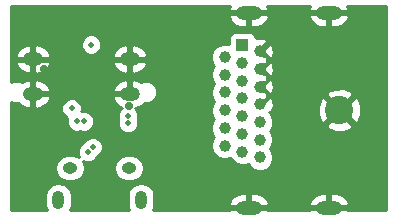
<source format=gbr>
G04 #@! TF.GenerationSoftware,KiCad,Pcbnew,(5.0.0-rc3)*
G04 #@! TF.CreationDate,2018-08-22T20:47:19+02:00*
G04 #@! TF.ProjectId,Adapter,416461707465722E6B696361645F7063,rev?*
G04 #@! TF.SameCoordinates,Original*
G04 #@! TF.FileFunction,Copper,L3,Inr,Plane*
G04 #@! TF.FilePolarity,Positive*
%FSLAX46Y46*%
G04 Gerber Fmt 4.6, Leading zero omitted, Abs format (unit mm)*
G04 Created by KiCad (PCBNEW (5.0.0-rc3)) date Wed Aug 22 20:47:19 2018*
%MOMM*%
%LPD*%
G01*
G04 APERTURE LIST*
G04 #@! TA.AperFunction,ViaPad*
%ADD10C,2.400000*%
G04 #@! TD*
G04 #@! TA.AperFunction,ViaPad*
%ADD11C,1.000000*%
G04 #@! TD*
G04 #@! TA.AperFunction,ViaPad*
%ADD12R,1.000000X1.000000*%
G04 #@! TD*
G04 #@! TA.AperFunction,ViaPad*
%ADD13O,2.200000X1.200000*%
G04 #@! TD*
G04 #@! TA.AperFunction,ViaPad*
%ADD14O,1.700000X1.200000*%
G04 #@! TD*
G04 #@! TA.AperFunction,ViaPad*
%ADD15O,1.250000X0.950000*%
G04 #@! TD*
G04 #@! TA.AperFunction,ViaPad*
%ADD16O,1.000000X1.550000*%
G04 #@! TD*
G04 #@! TA.AperFunction,ViaPad*
%ADD17C,0.460000*%
G04 #@! TD*
G04 #@! TA.AperFunction,ViaPad*
%ADD18C,0.700000*%
G04 #@! TD*
G04 #@! TA.AperFunction,Conductor*
%ADD19C,0.254000*%
G04 #@! TD*
G04 APERTURE END LIST*
D10*
G04 #@! TO.N,GND*
G04 #@! TO.C,J2*
X44315575Y-23957256D03*
D11*
X37585575Y-18957256D03*
X37585575Y-20457256D03*
X37585575Y-21957256D03*
X37585575Y-23457256D03*
G04 #@! TO.N,/CONFIG2*
X37585575Y-24957256D03*
G04 #@! TO.N,/AUX-*
X37585575Y-26457256D03*
G04 #@! TO.N,/DP_PWR*
X37585575Y-27957256D03*
D12*
G04 #@! TO.N,/DP3-*
X36085575Y-18457256D03*
D11*
G04 #@! TO.N,/DP2-*
X36085575Y-19957256D03*
G04 #@! TO.N,/DP1-*
X36085575Y-21457256D03*
G04 #@! TO.N,/DP0-*
X36085575Y-22957256D03*
G04 #@! TO.N,/CONFIG1*
X36085575Y-24457256D03*
G04 #@! TO.N,GND*
X36085575Y-25957256D03*
G04 #@! TO.N,/RETPOW*
X36085575Y-27457256D03*
G04 #@! TO.N,/DP3+*
X34585575Y-19457256D03*
G04 #@! TO.N,/DP2+*
X34585575Y-20957256D03*
G04 #@! TO.N,/DP1+*
X34585575Y-22457256D03*
G04 #@! TO.N,/DP0+*
X34585575Y-23957256D03*
G04 #@! TO.N,/AUX+*
X34585575Y-25457256D03*
G04 #@! TO.N,/HPD*
X34585575Y-26957256D03*
D13*
G04 #@! TO.N,GND*
X43415575Y-15707256D03*
X43415575Y-32207256D03*
X36635575Y-15707256D03*
X36635575Y-32207256D03*
G04 #@! TD*
D14*
G04 #@! TO.N,GND*
G04 #@! TO.C,J3*
X26565575Y-19637256D03*
X18365575Y-19637256D03*
X18365575Y-22577256D03*
X26565575Y-22577256D03*
G04 #@! TD*
D15*
G04 #@! TO.N,N/C*
G04 #@! TO.C,J1*
X26515575Y-28857256D03*
X21515575Y-28857256D03*
D16*
X20515575Y-31557256D03*
X27515575Y-31557256D03*
G04 #@! TD*
D17*
G04 #@! TO.N,/D+*
X23417536Y-27092464D03*
X22673500Y-24910000D03*
G04 #@! TO.N,GND*
X41370000Y-18840000D03*
X41370000Y-20720000D03*
X41320000Y-22630000D03*
X41370000Y-25020000D03*
X41370000Y-27120000D03*
X41400000Y-29650000D03*
X34310000Y-29070000D03*
X34340000Y-30830000D03*
D18*
X19415575Y-29757256D03*
D17*
X25650000Y-18370000D03*
D18*
X43400000Y-17570000D03*
X25580000Y-27510000D03*
X25520000Y-30210000D03*
X19330000Y-23900000D03*
X19330000Y-20430000D03*
X26500000Y-23590000D03*
D17*
X34970000Y-28190000D03*
D18*
X29140002Y-29660000D03*
D17*
X30350000Y-23040000D03*
X30500000Y-19260002D03*
G04 #@! TO.N,/D-*
X23002464Y-27507536D03*
X22086500Y-24910000D03*
G04 #@! TO.N,/DP2+*
X26420000Y-24456500D03*
G04 #@! TO.N,/DP2-*
X26420000Y-25043500D03*
G04 #@! TO.N,/pAUX+*
X21630000Y-23810000D03*
G04 #@! TO.N,/pAUX-*
X23300000Y-18400000D03*
G04 #@! TD*
D19*
G04 #@! TO.N,GND*
G36*
X34945983Y-15351975D02*
X34942113Y-15389647D01*
X35066844Y-15580256D01*
X36508575Y-15580256D01*
X36508575Y-15560256D01*
X36762575Y-15560256D01*
X36762575Y-15580256D01*
X38204306Y-15580256D01*
X38329037Y-15389647D01*
X38325167Y-15351975D01*
X38214227Y-15142256D01*
X41836923Y-15142256D01*
X41725983Y-15351975D01*
X41722113Y-15389647D01*
X41846844Y-15580256D01*
X43288575Y-15580256D01*
X43288575Y-15560256D01*
X43542575Y-15560256D01*
X43542575Y-15580256D01*
X44984306Y-15580256D01*
X45109037Y-15389647D01*
X45105167Y-15351975D01*
X44994227Y-15142256D01*
X48230576Y-15142256D01*
X48230575Y-32372256D01*
X45009172Y-32372256D01*
X44984306Y-32334256D01*
X43542575Y-32334256D01*
X43542575Y-32354256D01*
X43288575Y-32354256D01*
X43288575Y-32334256D01*
X41846844Y-32334256D01*
X41821978Y-32372256D01*
X38229172Y-32372256D01*
X38204306Y-32334256D01*
X36762575Y-32334256D01*
X36762575Y-32354256D01*
X36508575Y-32354256D01*
X36508575Y-32334256D01*
X35066844Y-32334256D01*
X35041978Y-32372256D01*
X28519810Y-32372256D01*
X28584721Y-32275110D01*
X28650575Y-31944038D01*
X28650575Y-31889647D01*
X34942113Y-31889647D01*
X35066844Y-32080256D01*
X36508575Y-32080256D01*
X36508575Y-30972256D01*
X36762575Y-30972256D01*
X36762575Y-32080256D01*
X38204306Y-32080256D01*
X38329037Y-31889647D01*
X41722113Y-31889647D01*
X41846844Y-32080256D01*
X43288575Y-32080256D01*
X43288575Y-30972256D01*
X43542575Y-30972256D01*
X43542575Y-32080256D01*
X44984306Y-32080256D01*
X45109037Y-31889647D01*
X45105167Y-31851975D01*
X44878655Y-31423782D01*
X44505522Y-31114866D01*
X44042575Y-30972256D01*
X43542575Y-30972256D01*
X43288575Y-30972256D01*
X42788575Y-30972256D01*
X42325628Y-31114866D01*
X41952495Y-31423782D01*
X41725983Y-31851975D01*
X41722113Y-31889647D01*
X38329037Y-31889647D01*
X38325167Y-31851975D01*
X38098655Y-31423782D01*
X37725522Y-31114866D01*
X37262575Y-30972256D01*
X36762575Y-30972256D01*
X36508575Y-30972256D01*
X36008575Y-30972256D01*
X35545628Y-31114866D01*
X35172495Y-31423782D01*
X34945983Y-31851975D01*
X34942113Y-31889647D01*
X28650575Y-31889647D01*
X28650575Y-31170473D01*
X28584721Y-30839401D01*
X28333864Y-30463967D01*
X27958429Y-30213110D01*
X27515575Y-30125021D01*
X27072720Y-30213110D01*
X26697286Y-30463967D01*
X26446429Y-30839402D01*
X26380575Y-31170474D01*
X26380575Y-31944039D01*
X26446429Y-32275111D01*
X26511339Y-32372256D01*
X21519810Y-32372256D01*
X21584721Y-32275110D01*
X21650575Y-31944038D01*
X21650575Y-31170473D01*
X21584721Y-30839401D01*
X21333864Y-30463967D01*
X20958429Y-30213110D01*
X20515575Y-30125021D01*
X20072720Y-30213110D01*
X19697286Y-30463967D01*
X19446429Y-30839402D01*
X19380575Y-31170474D01*
X19380575Y-31944039D01*
X19446429Y-32275111D01*
X19511339Y-32372256D01*
X16500575Y-32372256D01*
X16500575Y-28857256D01*
X20233829Y-28857256D01*
X20319978Y-29290356D01*
X20565310Y-29657521D01*
X20932475Y-29902853D01*
X21256251Y-29967256D01*
X21774899Y-29967256D01*
X22098675Y-29902853D01*
X22465840Y-29657521D01*
X22711172Y-29290356D01*
X22797321Y-28857256D01*
X25233829Y-28857256D01*
X25319978Y-29290356D01*
X25565310Y-29657521D01*
X25932475Y-29902853D01*
X26256251Y-29967256D01*
X26774899Y-29967256D01*
X27098675Y-29902853D01*
X27465840Y-29657521D01*
X27711172Y-29290356D01*
X27797321Y-28857256D01*
X27711172Y-28424156D01*
X27465840Y-28056991D01*
X27098675Y-27811659D01*
X26774899Y-27747256D01*
X26256251Y-27747256D01*
X25932475Y-27811659D01*
X25565310Y-28056991D01*
X25319978Y-28424156D01*
X25233829Y-28857256D01*
X22797321Y-28857256D01*
X22711172Y-28424156D01*
X22617852Y-28284493D01*
X22830405Y-28372536D01*
X23174523Y-28372536D01*
X23492447Y-28240847D01*
X23735775Y-27997519D01*
X23786078Y-27876078D01*
X23907519Y-27825775D01*
X24150847Y-27582447D01*
X24282536Y-27264523D01*
X24282536Y-26920405D01*
X24150847Y-26602481D01*
X23907519Y-26359153D01*
X23589595Y-26227464D01*
X23245477Y-26227464D01*
X22927553Y-26359153D01*
X22684225Y-26602481D01*
X22633922Y-26723922D01*
X22512481Y-26774225D01*
X22269153Y-27017553D01*
X22137464Y-27335477D01*
X22137464Y-27679595D01*
X22227945Y-27898035D01*
X22098675Y-27811659D01*
X21774899Y-27747256D01*
X21256251Y-27747256D01*
X20932475Y-27811659D01*
X20565310Y-28056991D01*
X20319978Y-28424156D01*
X20233829Y-28857256D01*
X16500575Y-28857256D01*
X16500575Y-23226684D01*
X16779592Y-23342256D01*
X17146007Y-23342256D01*
X17183642Y-23406381D01*
X17571874Y-23699903D01*
X18042879Y-23822512D01*
X18238575Y-23659803D01*
X18238575Y-22704256D01*
X18492575Y-22704256D01*
X18492575Y-23659803D01*
X18688271Y-23822512D01*
X19159276Y-23699903D01*
X19241231Y-23637941D01*
X20765000Y-23637941D01*
X20765000Y-23982059D01*
X20896689Y-24299983D01*
X21140017Y-24543311D01*
X21278379Y-24600623D01*
X21221500Y-24737941D01*
X21221500Y-25082059D01*
X21353189Y-25399983D01*
X21596517Y-25643311D01*
X21914441Y-25775000D01*
X22258559Y-25775000D01*
X22380000Y-25724697D01*
X22501441Y-25775000D01*
X22845559Y-25775000D01*
X23163483Y-25643311D01*
X23406811Y-25399983D01*
X23538500Y-25082059D01*
X23538500Y-24737941D01*
X23406811Y-24420017D01*
X23163483Y-24176689D01*
X22845559Y-24045000D01*
X22501441Y-24045000D01*
X22462195Y-24061256D01*
X22495000Y-23982059D01*
X22495000Y-23637941D01*
X22363311Y-23320017D01*
X22119983Y-23076689D01*
X21802059Y-22945000D01*
X21457941Y-22945000D01*
X21140017Y-23076689D01*
X20896689Y-23320017D01*
X20765000Y-23637941D01*
X19241231Y-23637941D01*
X19547508Y-23406381D01*
X19793861Y-22986632D01*
X19809037Y-22894865D01*
X25122113Y-22894865D01*
X25137289Y-22986632D01*
X25383642Y-23406381D01*
X25771874Y-23699903D01*
X25915829Y-23737377D01*
X25686689Y-23966517D01*
X25555000Y-24284441D01*
X25555000Y-24628559D01*
X25605303Y-24750000D01*
X25555000Y-24871441D01*
X25555000Y-25215559D01*
X25686689Y-25533483D01*
X25930017Y-25776811D01*
X26247941Y-25908500D01*
X26592059Y-25908500D01*
X26909983Y-25776811D01*
X27153311Y-25533483D01*
X27285000Y-25215559D01*
X27285000Y-24871441D01*
X27234697Y-24750000D01*
X27285000Y-24628559D01*
X27285000Y-24284441D01*
X27153311Y-23966517D01*
X26984307Y-23797513D01*
X27359276Y-23699903D01*
X27747508Y-23406381D01*
X27785143Y-23342256D01*
X28151558Y-23342256D01*
X28495210Y-23199911D01*
X28758230Y-22936891D01*
X28900575Y-22593239D01*
X28900575Y-22221273D01*
X28758230Y-21877621D01*
X28495210Y-21614601D01*
X28151558Y-21472256D01*
X27779592Y-21472256D01*
X27523126Y-21578487D01*
X27359276Y-21454609D01*
X26888271Y-21332000D01*
X26692575Y-21494709D01*
X26692575Y-22450256D01*
X26712575Y-22450256D01*
X26712575Y-22704256D01*
X26692575Y-22704256D01*
X26692575Y-22724256D01*
X26438575Y-22724256D01*
X26438575Y-22704256D01*
X25246844Y-22704256D01*
X25122113Y-22894865D01*
X19809037Y-22894865D01*
X19684306Y-22704256D01*
X18492575Y-22704256D01*
X18238575Y-22704256D01*
X18218575Y-22704256D01*
X18218575Y-22450256D01*
X18238575Y-22450256D01*
X18238575Y-21494709D01*
X18492575Y-21494709D01*
X18492575Y-22450256D01*
X19684306Y-22450256D01*
X19809037Y-22259647D01*
X25122113Y-22259647D01*
X25246844Y-22450256D01*
X26438575Y-22450256D01*
X26438575Y-21494709D01*
X26242879Y-21332000D01*
X25771874Y-21454609D01*
X25383642Y-21748131D01*
X25137289Y-22167880D01*
X25122113Y-22259647D01*
X19809037Y-22259647D01*
X19793861Y-22167880D01*
X19547508Y-21748131D01*
X19159276Y-21454609D01*
X18688271Y-21332000D01*
X18492575Y-21494709D01*
X18238575Y-21494709D01*
X18042879Y-21332000D01*
X17571874Y-21454609D01*
X17408024Y-21578487D01*
X17151558Y-21472256D01*
X16779592Y-21472256D01*
X16500575Y-21587828D01*
X16500575Y-19954865D01*
X16922113Y-19954865D01*
X16937289Y-20046632D01*
X17183642Y-20466381D01*
X17571874Y-20759903D01*
X18042879Y-20882512D01*
X18238575Y-20719803D01*
X18238575Y-19764256D01*
X18492575Y-19764256D01*
X18492575Y-20719803D01*
X18688271Y-20882512D01*
X19159276Y-20759903D01*
X19547508Y-20466381D01*
X19793861Y-20046632D01*
X19809037Y-19954865D01*
X25122113Y-19954865D01*
X25137289Y-20046632D01*
X25383642Y-20466381D01*
X25771874Y-20759903D01*
X26242879Y-20882512D01*
X26438575Y-20719803D01*
X26438575Y-19764256D01*
X26692575Y-19764256D01*
X26692575Y-20719803D01*
X26888271Y-20882512D01*
X27359276Y-20759903D01*
X27747508Y-20466381D01*
X27993861Y-20046632D01*
X28009037Y-19954865D01*
X27884306Y-19764256D01*
X26692575Y-19764256D01*
X26438575Y-19764256D01*
X25246844Y-19764256D01*
X25122113Y-19954865D01*
X19809037Y-19954865D01*
X19684306Y-19764256D01*
X18492575Y-19764256D01*
X18238575Y-19764256D01*
X17046844Y-19764256D01*
X16922113Y-19954865D01*
X16500575Y-19954865D01*
X16500575Y-19319647D01*
X16922113Y-19319647D01*
X17046844Y-19510256D01*
X18238575Y-19510256D01*
X18238575Y-18554709D01*
X18492575Y-18554709D01*
X18492575Y-19510256D01*
X19684306Y-19510256D01*
X19809037Y-19319647D01*
X25122113Y-19319647D01*
X25246844Y-19510256D01*
X26438575Y-19510256D01*
X26438575Y-18554709D01*
X26692575Y-18554709D01*
X26692575Y-19510256D01*
X27884306Y-19510256D01*
X28009037Y-19319647D01*
X27994459Y-19231490D01*
X33450575Y-19231490D01*
X33450575Y-19683022D01*
X33623368Y-20100182D01*
X33730442Y-20207256D01*
X33623368Y-20314330D01*
X33450575Y-20731490D01*
X33450575Y-21183022D01*
X33623368Y-21600182D01*
X33730442Y-21707256D01*
X33623368Y-21814330D01*
X33450575Y-22231490D01*
X33450575Y-22683022D01*
X33623368Y-23100182D01*
X33730442Y-23207256D01*
X33623368Y-23314330D01*
X33450575Y-23731490D01*
X33450575Y-24183022D01*
X33623368Y-24600182D01*
X33730442Y-24707256D01*
X33623368Y-24814330D01*
X33450575Y-25231490D01*
X33450575Y-25683022D01*
X33623368Y-26100182D01*
X33730442Y-26207256D01*
X33623368Y-26314330D01*
X33450575Y-26731490D01*
X33450575Y-27183022D01*
X33623368Y-27600182D01*
X33942649Y-27919463D01*
X34359809Y-28092256D01*
X34811341Y-28092256D01*
X35074871Y-27983099D01*
X35123368Y-28100182D01*
X35442649Y-28419463D01*
X35859809Y-28592256D01*
X36311341Y-28592256D01*
X36574871Y-28483099D01*
X36623368Y-28600182D01*
X36942649Y-28919463D01*
X37359809Y-29092256D01*
X37811341Y-29092256D01*
X38228501Y-28919463D01*
X38547782Y-28600182D01*
X38720575Y-28183022D01*
X38720575Y-27731490D01*
X38547782Y-27314330D01*
X38440708Y-27207256D01*
X38547782Y-27100182D01*
X38720575Y-26683022D01*
X38720575Y-26231490D01*
X38547782Y-25814330D01*
X38440708Y-25707256D01*
X38547782Y-25600182D01*
X38690996Y-25254431D01*
X43198005Y-25254431D01*
X43321140Y-25542044D01*
X44003309Y-25801963D01*
X44733018Y-25781042D01*
X45310010Y-25542044D01*
X45433145Y-25254431D01*
X44315575Y-24136861D01*
X43198005Y-25254431D01*
X38690996Y-25254431D01*
X38720575Y-25183022D01*
X38720575Y-24731490D01*
X38547782Y-24314330D01*
X38454672Y-24221220D01*
X38491909Y-24183982D01*
X38375682Y-24067755D01*
X38590792Y-24030608D01*
X38719439Y-23644990D01*
X42470868Y-23644990D01*
X42491789Y-24374699D01*
X42730787Y-24951691D01*
X43018400Y-25074826D01*
X44135970Y-23957256D01*
X44495180Y-23957256D01*
X45612750Y-25074826D01*
X45900363Y-24951691D01*
X46160282Y-24269522D01*
X46139361Y-23539813D01*
X45900363Y-22962821D01*
X45612750Y-22839686D01*
X44495180Y-23957256D01*
X44135970Y-23957256D01*
X43018400Y-22839686D01*
X42730787Y-22962821D01*
X42470868Y-23644990D01*
X38719439Y-23644990D01*
X38733687Y-23602284D01*
X38701792Y-23151881D01*
X38590792Y-22883904D01*
X38375679Y-22846757D01*
X37765180Y-23457256D01*
X37779323Y-23471399D01*
X37599718Y-23651004D01*
X37585575Y-23636861D01*
X37571433Y-23651004D01*
X37391828Y-23471399D01*
X37405970Y-23457256D01*
X37391828Y-23443114D01*
X37571433Y-23263509D01*
X37585575Y-23277651D01*
X37782041Y-23081185D01*
X37890950Y-23073473D01*
X38158927Y-22962473D01*
X38196074Y-22747360D01*
X38155970Y-22707256D01*
X38196074Y-22667152D01*
X38194853Y-22660081D01*
X43198005Y-22660081D01*
X44315575Y-23777651D01*
X45433145Y-22660081D01*
X45310010Y-22372468D01*
X44627841Y-22112549D01*
X43898132Y-22133470D01*
X43321140Y-22372468D01*
X43198005Y-22660081D01*
X38194853Y-22660081D01*
X38158927Y-22452039D01*
X37771503Y-22322789D01*
X37585575Y-22136861D01*
X37571433Y-22151004D01*
X37391828Y-21971399D01*
X37405970Y-21957256D01*
X37765180Y-21957256D01*
X38375679Y-22567755D01*
X38590792Y-22530608D01*
X38733687Y-22102284D01*
X38701792Y-21651881D01*
X38590792Y-21383904D01*
X38375679Y-21346757D01*
X37765180Y-21957256D01*
X37405970Y-21957256D01*
X37391828Y-21943114D01*
X37571433Y-21763509D01*
X37585575Y-21777651D01*
X37782041Y-21581185D01*
X37890950Y-21573473D01*
X38158927Y-21462473D01*
X38196074Y-21247360D01*
X38155970Y-21207256D01*
X38196074Y-21167152D01*
X38158927Y-20952039D01*
X37771503Y-20822789D01*
X37585575Y-20636861D01*
X37571433Y-20651004D01*
X37391828Y-20471399D01*
X37405970Y-20457256D01*
X37765180Y-20457256D01*
X38375679Y-21067755D01*
X38590792Y-21030608D01*
X38733687Y-20602284D01*
X38701792Y-20151881D01*
X38590792Y-19883904D01*
X38375679Y-19846757D01*
X37765180Y-20457256D01*
X37405970Y-20457256D01*
X37391828Y-20443114D01*
X37571433Y-20263509D01*
X37585575Y-20277651D01*
X37782041Y-20081185D01*
X37890950Y-20073473D01*
X38158927Y-19962473D01*
X38196074Y-19747360D01*
X38155970Y-19707256D01*
X38196074Y-19667152D01*
X38158927Y-19452039D01*
X37771503Y-19322789D01*
X37585575Y-19136861D01*
X37571433Y-19151004D01*
X37391828Y-18971399D01*
X37405970Y-18957256D01*
X37765180Y-18957256D01*
X38375679Y-19567755D01*
X38590792Y-19530608D01*
X38733687Y-19102284D01*
X38701792Y-18651881D01*
X38590792Y-18383904D01*
X38375679Y-18346757D01*
X37765180Y-18957256D01*
X37405970Y-18957256D01*
X37391828Y-18943114D01*
X37571433Y-18763509D01*
X37585575Y-18777651D01*
X38196074Y-18167152D01*
X38158927Y-17952039D01*
X37730603Y-17809144D01*
X37280200Y-17841039D01*
X37215250Y-17867942D01*
X37183732Y-17709491D01*
X37043384Y-17499447D01*
X36833340Y-17359099D01*
X36585575Y-17309816D01*
X35585575Y-17309816D01*
X35337810Y-17359099D01*
X35127766Y-17499447D01*
X34987418Y-17709491D01*
X34938135Y-17957256D01*
X34938135Y-18374776D01*
X34811341Y-18322256D01*
X34359809Y-18322256D01*
X33942649Y-18495049D01*
X33623368Y-18814330D01*
X33450575Y-19231490D01*
X27994459Y-19231490D01*
X27993861Y-19227880D01*
X27747508Y-18808131D01*
X27359276Y-18514609D01*
X26888271Y-18392000D01*
X26692575Y-18554709D01*
X26438575Y-18554709D01*
X26242879Y-18392000D01*
X25771874Y-18514609D01*
X25383642Y-18808131D01*
X25137289Y-19227880D01*
X25122113Y-19319647D01*
X19809037Y-19319647D01*
X19793861Y-19227880D01*
X19547508Y-18808131D01*
X19159276Y-18514609D01*
X18688271Y-18392000D01*
X18492575Y-18554709D01*
X18238575Y-18554709D01*
X18042879Y-18392000D01*
X17571874Y-18514609D01*
X17183642Y-18808131D01*
X16937289Y-19227880D01*
X16922113Y-19319647D01*
X16500575Y-19319647D01*
X16500575Y-18227941D01*
X22435000Y-18227941D01*
X22435000Y-18572059D01*
X22566689Y-18889983D01*
X22810017Y-19133311D01*
X23127941Y-19265000D01*
X23472059Y-19265000D01*
X23789983Y-19133311D01*
X24033311Y-18889983D01*
X24165000Y-18572059D01*
X24165000Y-18227941D01*
X24033311Y-17910017D01*
X23789983Y-17666689D01*
X23472059Y-17535000D01*
X23127941Y-17535000D01*
X22810017Y-17666689D01*
X22566689Y-17910017D01*
X22435000Y-18227941D01*
X16500575Y-18227941D01*
X16500575Y-16024865D01*
X34942113Y-16024865D01*
X34945983Y-16062537D01*
X35172495Y-16490730D01*
X35545628Y-16799646D01*
X36008575Y-16942256D01*
X36508575Y-16942256D01*
X36508575Y-15834256D01*
X36762575Y-15834256D01*
X36762575Y-16942256D01*
X37262575Y-16942256D01*
X37725522Y-16799646D01*
X38098655Y-16490730D01*
X38325167Y-16062537D01*
X38329037Y-16024865D01*
X41722113Y-16024865D01*
X41725983Y-16062537D01*
X41952495Y-16490730D01*
X42325628Y-16799646D01*
X42788575Y-16942256D01*
X43288575Y-16942256D01*
X43288575Y-15834256D01*
X43542575Y-15834256D01*
X43542575Y-16942256D01*
X44042575Y-16942256D01*
X44505522Y-16799646D01*
X44878655Y-16490730D01*
X45105167Y-16062537D01*
X45109037Y-16024865D01*
X44984306Y-15834256D01*
X43542575Y-15834256D01*
X43288575Y-15834256D01*
X41846844Y-15834256D01*
X41722113Y-16024865D01*
X38329037Y-16024865D01*
X38204306Y-15834256D01*
X36762575Y-15834256D01*
X36508575Y-15834256D01*
X35066844Y-15834256D01*
X34942113Y-16024865D01*
X16500575Y-16024865D01*
X16500575Y-15142256D01*
X35056923Y-15142256D01*
X34945983Y-15351975D01*
X34945983Y-15351975D01*
G37*
X34945983Y-15351975D02*
X34942113Y-15389647D01*
X35066844Y-15580256D01*
X36508575Y-15580256D01*
X36508575Y-15560256D01*
X36762575Y-15560256D01*
X36762575Y-15580256D01*
X38204306Y-15580256D01*
X38329037Y-15389647D01*
X38325167Y-15351975D01*
X38214227Y-15142256D01*
X41836923Y-15142256D01*
X41725983Y-15351975D01*
X41722113Y-15389647D01*
X41846844Y-15580256D01*
X43288575Y-15580256D01*
X43288575Y-15560256D01*
X43542575Y-15560256D01*
X43542575Y-15580256D01*
X44984306Y-15580256D01*
X45109037Y-15389647D01*
X45105167Y-15351975D01*
X44994227Y-15142256D01*
X48230576Y-15142256D01*
X48230575Y-32372256D01*
X45009172Y-32372256D01*
X44984306Y-32334256D01*
X43542575Y-32334256D01*
X43542575Y-32354256D01*
X43288575Y-32354256D01*
X43288575Y-32334256D01*
X41846844Y-32334256D01*
X41821978Y-32372256D01*
X38229172Y-32372256D01*
X38204306Y-32334256D01*
X36762575Y-32334256D01*
X36762575Y-32354256D01*
X36508575Y-32354256D01*
X36508575Y-32334256D01*
X35066844Y-32334256D01*
X35041978Y-32372256D01*
X28519810Y-32372256D01*
X28584721Y-32275110D01*
X28650575Y-31944038D01*
X28650575Y-31889647D01*
X34942113Y-31889647D01*
X35066844Y-32080256D01*
X36508575Y-32080256D01*
X36508575Y-30972256D01*
X36762575Y-30972256D01*
X36762575Y-32080256D01*
X38204306Y-32080256D01*
X38329037Y-31889647D01*
X41722113Y-31889647D01*
X41846844Y-32080256D01*
X43288575Y-32080256D01*
X43288575Y-30972256D01*
X43542575Y-30972256D01*
X43542575Y-32080256D01*
X44984306Y-32080256D01*
X45109037Y-31889647D01*
X45105167Y-31851975D01*
X44878655Y-31423782D01*
X44505522Y-31114866D01*
X44042575Y-30972256D01*
X43542575Y-30972256D01*
X43288575Y-30972256D01*
X42788575Y-30972256D01*
X42325628Y-31114866D01*
X41952495Y-31423782D01*
X41725983Y-31851975D01*
X41722113Y-31889647D01*
X38329037Y-31889647D01*
X38325167Y-31851975D01*
X38098655Y-31423782D01*
X37725522Y-31114866D01*
X37262575Y-30972256D01*
X36762575Y-30972256D01*
X36508575Y-30972256D01*
X36008575Y-30972256D01*
X35545628Y-31114866D01*
X35172495Y-31423782D01*
X34945983Y-31851975D01*
X34942113Y-31889647D01*
X28650575Y-31889647D01*
X28650575Y-31170473D01*
X28584721Y-30839401D01*
X28333864Y-30463967D01*
X27958429Y-30213110D01*
X27515575Y-30125021D01*
X27072720Y-30213110D01*
X26697286Y-30463967D01*
X26446429Y-30839402D01*
X26380575Y-31170474D01*
X26380575Y-31944039D01*
X26446429Y-32275111D01*
X26511339Y-32372256D01*
X21519810Y-32372256D01*
X21584721Y-32275110D01*
X21650575Y-31944038D01*
X21650575Y-31170473D01*
X21584721Y-30839401D01*
X21333864Y-30463967D01*
X20958429Y-30213110D01*
X20515575Y-30125021D01*
X20072720Y-30213110D01*
X19697286Y-30463967D01*
X19446429Y-30839402D01*
X19380575Y-31170474D01*
X19380575Y-31944039D01*
X19446429Y-32275111D01*
X19511339Y-32372256D01*
X16500575Y-32372256D01*
X16500575Y-28857256D01*
X20233829Y-28857256D01*
X20319978Y-29290356D01*
X20565310Y-29657521D01*
X20932475Y-29902853D01*
X21256251Y-29967256D01*
X21774899Y-29967256D01*
X22098675Y-29902853D01*
X22465840Y-29657521D01*
X22711172Y-29290356D01*
X22797321Y-28857256D01*
X25233829Y-28857256D01*
X25319978Y-29290356D01*
X25565310Y-29657521D01*
X25932475Y-29902853D01*
X26256251Y-29967256D01*
X26774899Y-29967256D01*
X27098675Y-29902853D01*
X27465840Y-29657521D01*
X27711172Y-29290356D01*
X27797321Y-28857256D01*
X27711172Y-28424156D01*
X27465840Y-28056991D01*
X27098675Y-27811659D01*
X26774899Y-27747256D01*
X26256251Y-27747256D01*
X25932475Y-27811659D01*
X25565310Y-28056991D01*
X25319978Y-28424156D01*
X25233829Y-28857256D01*
X22797321Y-28857256D01*
X22711172Y-28424156D01*
X22617852Y-28284493D01*
X22830405Y-28372536D01*
X23174523Y-28372536D01*
X23492447Y-28240847D01*
X23735775Y-27997519D01*
X23786078Y-27876078D01*
X23907519Y-27825775D01*
X24150847Y-27582447D01*
X24282536Y-27264523D01*
X24282536Y-26920405D01*
X24150847Y-26602481D01*
X23907519Y-26359153D01*
X23589595Y-26227464D01*
X23245477Y-26227464D01*
X22927553Y-26359153D01*
X22684225Y-26602481D01*
X22633922Y-26723922D01*
X22512481Y-26774225D01*
X22269153Y-27017553D01*
X22137464Y-27335477D01*
X22137464Y-27679595D01*
X22227945Y-27898035D01*
X22098675Y-27811659D01*
X21774899Y-27747256D01*
X21256251Y-27747256D01*
X20932475Y-27811659D01*
X20565310Y-28056991D01*
X20319978Y-28424156D01*
X20233829Y-28857256D01*
X16500575Y-28857256D01*
X16500575Y-23226684D01*
X16779592Y-23342256D01*
X17146007Y-23342256D01*
X17183642Y-23406381D01*
X17571874Y-23699903D01*
X18042879Y-23822512D01*
X18238575Y-23659803D01*
X18238575Y-22704256D01*
X18492575Y-22704256D01*
X18492575Y-23659803D01*
X18688271Y-23822512D01*
X19159276Y-23699903D01*
X19241231Y-23637941D01*
X20765000Y-23637941D01*
X20765000Y-23982059D01*
X20896689Y-24299983D01*
X21140017Y-24543311D01*
X21278379Y-24600623D01*
X21221500Y-24737941D01*
X21221500Y-25082059D01*
X21353189Y-25399983D01*
X21596517Y-25643311D01*
X21914441Y-25775000D01*
X22258559Y-25775000D01*
X22380000Y-25724697D01*
X22501441Y-25775000D01*
X22845559Y-25775000D01*
X23163483Y-25643311D01*
X23406811Y-25399983D01*
X23538500Y-25082059D01*
X23538500Y-24737941D01*
X23406811Y-24420017D01*
X23163483Y-24176689D01*
X22845559Y-24045000D01*
X22501441Y-24045000D01*
X22462195Y-24061256D01*
X22495000Y-23982059D01*
X22495000Y-23637941D01*
X22363311Y-23320017D01*
X22119983Y-23076689D01*
X21802059Y-22945000D01*
X21457941Y-22945000D01*
X21140017Y-23076689D01*
X20896689Y-23320017D01*
X20765000Y-23637941D01*
X19241231Y-23637941D01*
X19547508Y-23406381D01*
X19793861Y-22986632D01*
X19809037Y-22894865D01*
X25122113Y-22894865D01*
X25137289Y-22986632D01*
X25383642Y-23406381D01*
X25771874Y-23699903D01*
X25915829Y-23737377D01*
X25686689Y-23966517D01*
X25555000Y-24284441D01*
X25555000Y-24628559D01*
X25605303Y-24750000D01*
X25555000Y-24871441D01*
X25555000Y-25215559D01*
X25686689Y-25533483D01*
X25930017Y-25776811D01*
X26247941Y-25908500D01*
X26592059Y-25908500D01*
X26909983Y-25776811D01*
X27153311Y-25533483D01*
X27285000Y-25215559D01*
X27285000Y-24871441D01*
X27234697Y-24750000D01*
X27285000Y-24628559D01*
X27285000Y-24284441D01*
X27153311Y-23966517D01*
X26984307Y-23797513D01*
X27359276Y-23699903D01*
X27747508Y-23406381D01*
X27785143Y-23342256D01*
X28151558Y-23342256D01*
X28495210Y-23199911D01*
X28758230Y-22936891D01*
X28900575Y-22593239D01*
X28900575Y-22221273D01*
X28758230Y-21877621D01*
X28495210Y-21614601D01*
X28151558Y-21472256D01*
X27779592Y-21472256D01*
X27523126Y-21578487D01*
X27359276Y-21454609D01*
X26888271Y-21332000D01*
X26692575Y-21494709D01*
X26692575Y-22450256D01*
X26712575Y-22450256D01*
X26712575Y-22704256D01*
X26692575Y-22704256D01*
X26692575Y-22724256D01*
X26438575Y-22724256D01*
X26438575Y-22704256D01*
X25246844Y-22704256D01*
X25122113Y-22894865D01*
X19809037Y-22894865D01*
X19684306Y-22704256D01*
X18492575Y-22704256D01*
X18238575Y-22704256D01*
X18218575Y-22704256D01*
X18218575Y-22450256D01*
X18238575Y-22450256D01*
X18238575Y-21494709D01*
X18492575Y-21494709D01*
X18492575Y-22450256D01*
X19684306Y-22450256D01*
X19809037Y-22259647D01*
X25122113Y-22259647D01*
X25246844Y-22450256D01*
X26438575Y-22450256D01*
X26438575Y-21494709D01*
X26242879Y-21332000D01*
X25771874Y-21454609D01*
X25383642Y-21748131D01*
X25137289Y-22167880D01*
X25122113Y-22259647D01*
X19809037Y-22259647D01*
X19793861Y-22167880D01*
X19547508Y-21748131D01*
X19159276Y-21454609D01*
X18688271Y-21332000D01*
X18492575Y-21494709D01*
X18238575Y-21494709D01*
X18042879Y-21332000D01*
X17571874Y-21454609D01*
X17408024Y-21578487D01*
X17151558Y-21472256D01*
X16779592Y-21472256D01*
X16500575Y-21587828D01*
X16500575Y-19954865D01*
X16922113Y-19954865D01*
X16937289Y-20046632D01*
X17183642Y-20466381D01*
X17571874Y-20759903D01*
X18042879Y-20882512D01*
X18238575Y-20719803D01*
X18238575Y-19764256D01*
X18492575Y-19764256D01*
X18492575Y-20719803D01*
X18688271Y-20882512D01*
X19159276Y-20759903D01*
X19547508Y-20466381D01*
X19793861Y-20046632D01*
X19809037Y-19954865D01*
X25122113Y-19954865D01*
X25137289Y-20046632D01*
X25383642Y-20466381D01*
X25771874Y-20759903D01*
X26242879Y-20882512D01*
X26438575Y-20719803D01*
X26438575Y-19764256D01*
X26692575Y-19764256D01*
X26692575Y-20719803D01*
X26888271Y-20882512D01*
X27359276Y-20759903D01*
X27747508Y-20466381D01*
X27993861Y-20046632D01*
X28009037Y-19954865D01*
X27884306Y-19764256D01*
X26692575Y-19764256D01*
X26438575Y-19764256D01*
X25246844Y-19764256D01*
X25122113Y-19954865D01*
X19809037Y-19954865D01*
X19684306Y-19764256D01*
X18492575Y-19764256D01*
X18238575Y-19764256D01*
X17046844Y-19764256D01*
X16922113Y-19954865D01*
X16500575Y-19954865D01*
X16500575Y-19319647D01*
X16922113Y-19319647D01*
X17046844Y-19510256D01*
X18238575Y-19510256D01*
X18238575Y-18554709D01*
X18492575Y-18554709D01*
X18492575Y-19510256D01*
X19684306Y-19510256D01*
X19809037Y-19319647D01*
X25122113Y-19319647D01*
X25246844Y-19510256D01*
X26438575Y-19510256D01*
X26438575Y-18554709D01*
X26692575Y-18554709D01*
X26692575Y-19510256D01*
X27884306Y-19510256D01*
X28009037Y-19319647D01*
X27994459Y-19231490D01*
X33450575Y-19231490D01*
X33450575Y-19683022D01*
X33623368Y-20100182D01*
X33730442Y-20207256D01*
X33623368Y-20314330D01*
X33450575Y-20731490D01*
X33450575Y-21183022D01*
X33623368Y-21600182D01*
X33730442Y-21707256D01*
X33623368Y-21814330D01*
X33450575Y-22231490D01*
X33450575Y-22683022D01*
X33623368Y-23100182D01*
X33730442Y-23207256D01*
X33623368Y-23314330D01*
X33450575Y-23731490D01*
X33450575Y-24183022D01*
X33623368Y-24600182D01*
X33730442Y-24707256D01*
X33623368Y-24814330D01*
X33450575Y-25231490D01*
X33450575Y-25683022D01*
X33623368Y-26100182D01*
X33730442Y-26207256D01*
X33623368Y-26314330D01*
X33450575Y-26731490D01*
X33450575Y-27183022D01*
X33623368Y-27600182D01*
X33942649Y-27919463D01*
X34359809Y-28092256D01*
X34811341Y-28092256D01*
X35074871Y-27983099D01*
X35123368Y-28100182D01*
X35442649Y-28419463D01*
X35859809Y-28592256D01*
X36311341Y-28592256D01*
X36574871Y-28483099D01*
X36623368Y-28600182D01*
X36942649Y-28919463D01*
X37359809Y-29092256D01*
X37811341Y-29092256D01*
X38228501Y-28919463D01*
X38547782Y-28600182D01*
X38720575Y-28183022D01*
X38720575Y-27731490D01*
X38547782Y-27314330D01*
X38440708Y-27207256D01*
X38547782Y-27100182D01*
X38720575Y-26683022D01*
X38720575Y-26231490D01*
X38547782Y-25814330D01*
X38440708Y-25707256D01*
X38547782Y-25600182D01*
X38690996Y-25254431D01*
X43198005Y-25254431D01*
X43321140Y-25542044D01*
X44003309Y-25801963D01*
X44733018Y-25781042D01*
X45310010Y-25542044D01*
X45433145Y-25254431D01*
X44315575Y-24136861D01*
X43198005Y-25254431D01*
X38690996Y-25254431D01*
X38720575Y-25183022D01*
X38720575Y-24731490D01*
X38547782Y-24314330D01*
X38454672Y-24221220D01*
X38491909Y-24183982D01*
X38375682Y-24067755D01*
X38590792Y-24030608D01*
X38719439Y-23644990D01*
X42470868Y-23644990D01*
X42491789Y-24374699D01*
X42730787Y-24951691D01*
X43018400Y-25074826D01*
X44135970Y-23957256D01*
X44495180Y-23957256D01*
X45612750Y-25074826D01*
X45900363Y-24951691D01*
X46160282Y-24269522D01*
X46139361Y-23539813D01*
X45900363Y-22962821D01*
X45612750Y-22839686D01*
X44495180Y-23957256D01*
X44135970Y-23957256D01*
X43018400Y-22839686D01*
X42730787Y-22962821D01*
X42470868Y-23644990D01*
X38719439Y-23644990D01*
X38733687Y-23602284D01*
X38701792Y-23151881D01*
X38590792Y-22883904D01*
X38375679Y-22846757D01*
X37765180Y-23457256D01*
X37779323Y-23471399D01*
X37599718Y-23651004D01*
X37585575Y-23636861D01*
X37571433Y-23651004D01*
X37391828Y-23471399D01*
X37405970Y-23457256D01*
X37391828Y-23443114D01*
X37571433Y-23263509D01*
X37585575Y-23277651D01*
X37782041Y-23081185D01*
X37890950Y-23073473D01*
X38158927Y-22962473D01*
X38196074Y-22747360D01*
X38155970Y-22707256D01*
X38196074Y-22667152D01*
X38194853Y-22660081D01*
X43198005Y-22660081D01*
X44315575Y-23777651D01*
X45433145Y-22660081D01*
X45310010Y-22372468D01*
X44627841Y-22112549D01*
X43898132Y-22133470D01*
X43321140Y-22372468D01*
X43198005Y-22660081D01*
X38194853Y-22660081D01*
X38158927Y-22452039D01*
X37771503Y-22322789D01*
X37585575Y-22136861D01*
X37571433Y-22151004D01*
X37391828Y-21971399D01*
X37405970Y-21957256D01*
X37765180Y-21957256D01*
X38375679Y-22567755D01*
X38590792Y-22530608D01*
X38733687Y-22102284D01*
X38701792Y-21651881D01*
X38590792Y-21383904D01*
X38375679Y-21346757D01*
X37765180Y-21957256D01*
X37405970Y-21957256D01*
X37391828Y-21943114D01*
X37571433Y-21763509D01*
X37585575Y-21777651D01*
X37782041Y-21581185D01*
X37890950Y-21573473D01*
X38158927Y-21462473D01*
X38196074Y-21247360D01*
X38155970Y-21207256D01*
X38196074Y-21167152D01*
X38158927Y-20952039D01*
X37771503Y-20822789D01*
X37585575Y-20636861D01*
X37571433Y-20651004D01*
X37391828Y-20471399D01*
X37405970Y-20457256D01*
X37765180Y-20457256D01*
X38375679Y-21067755D01*
X38590792Y-21030608D01*
X38733687Y-20602284D01*
X38701792Y-20151881D01*
X38590792Y-19883904D01*
X38375679Y-19846757D01*
X37765180Y-20457256D01*
X37405970Y-20457256D01*
X37391828Y-20443114D01*
X37571433Y-20263509D01*
X37585575Y-20277651D01*
X37782041Y-20081185D01*
X37890950Y-20073473D01*
X38158927Y-19962473D01*
X38196074Y-19747360D01*
X38155970Y-19707256D01*
X38196074Y-19667152D01*
X38158927Y-19452039D01*
X37771503Y-19322789D01*
X37585575Y-19136861D01*
X37571433Y-19151004D01*
X37391828Y-18971399D01*
X37405970Y-18957256D01*
X37765180Y-18957256D01*
X38375679Y-19567755D01*
X38590792Y-19530608D01*
X38733687Y-19102284D01*
X38701792Y-18651881D01*
X38590792Y-18383904D01*
X38375679Y-18346757D01*
X37765180Y-18957256D01*
X37405970Y-18957256D01*
X37391828Y-18943114D01*
X37571433Y-18763509D01*
X37585575Y-18777651D01*
X38196074Y-18167152D01*
X38158927Y-17952039D01*
X37730603Y-17809144D01*
X37280200Y-17841039D01*
X37215250Y-17867942D01*
X37183732Y-17709491D01*
X37043384Y-17499447D01*
X36833340Y-17359099D01*
X36585575Y-17309816D01*
X35585575Y-17309816D01*
X35337810Y-17359099D01*
X35127766Y-17499447D01*
X34987418Y-17709491D01*
X34938135Y-17957256D01*
X34938135Y-18374776D01*
X34811341Y-18322256D01*
X34359809Y-18322256D01*
X33942649Y-18495049D01*
X33623368Y-18814330D01*
X33450575Y-19231490D01*
X27994459Y-19231490D01*
X27993861Y-19227880D01*
X27747508Y-18808131D01*
X27359276Y-18514609D01*
X26888271Y-18392000D01*
X26692575Y-18554709D01*
X26438575Y-18554709D01*
X26242879Y-18392000D01*
X25771874Y-18514609D01*
X25383642Y-18808131D01*
X25137289Y-19227880D01*
X25122113Y-19319647D01*
X19809037Y-19319647D01*
X19793861Y-19227880D01*
X19547508Y-18808131D01*
X19159276Y-18514609D01*
X18688271Y-18392000D01*
X18492575Y-18554709D01*
X18238575Y-18554709D01*
X18042879Y-18392000D01*
X17571874Y-18514609D01*
X17183642Y-18808131D01*
X16937289Y-19227880D01*
X16922113Y-19319647D01*
X16500575Y-19319647D01*
X16500575Y-18227941D01*
X22435000Y-18227941D01*
X22435000Y-18572059D01*
X22566689Y-18889983D01*
X22810017Y-19133311D01*
X23127941Y-19265000D01*
X23472059Y-19265000D01*
X23789983Y-19133311D01*
X24033311Y-18889983D01*
X24165000Y-18572059D01*
X24165000Y-18227941D01*
X24033311Y-17910017D01*
X23789983Y-17666689D01*
X23472059Y-17535000D01*
X23127941Y-17535000D01*
X22810017Y-17666689D01*
X22566689Y-17910017D01*
X22435000Y-18227941D01*
X16500575Y-18227941D01*
X16500575Y-16024865D01*
X34942113Y-16024865D01*
X34945983Y-16062537D01*
X35172495Y-16490730D01*
X35545628Y-16799646D01*
X36008575Y-16942256D01*
X36508575Y-16942256D01*
X36508575Y-15834256D01*
X36762575Y-15834256D01*
X36762575Y-16942256D01*
X37262575Y-16942256D01*
X37725522Y-16799646D01*
X38098655Y-16490730D01*
X38325167Y-16062537D01*
X38329037Y-16024865D01*
X41722113Y-16024865D01*
X41725983Y-16062537D01*
X41952495Y-16490730D01*
X42325628Y-16799646D01*
X42788575Y-16942256D01*
X43288575Y-16942256D01*
X43288575Y-15834256D01*
X43542575Y-15834256D01*
X43542575Y-16942256D01*
X44042575Y-16942256D01*
X44505522Y-16799646D01*
X44878655Y-16490730D01*
X45105167Y-16062537D01*
X45109037Y-16024865D01*
X44984306Y-15834256D01*
X43542575Y-15834256D01*
X43288575Y-15834256D01*
X41846844Y-15834256D01*
X41722113Y-16024865D01*
X38329037Y-16024865D01*
X38204306Y-15834256D01*
X36762575Y-15834256D01*
X36508575Y-15834256D01*
X35066844Y-15834256D01*
X34942113Y-16024865D01*
X16500575Y-16024865D01*
X16500575Y-15142256D01*
X35056923Y-15142256D01*
X34945983Y-15351975D01*
G36*
X36279323Y-25943114D02*
X36265180Y-25957256D01*
X36279323Y-25971399D01*
X36099718Y-26151004D01*
X36085575Y-26136861D01*
X36071433Y-26151004D01*
X35891828Y-25971399D01*
X35905970Y-25957256D01*
X35891828Y-25943114D01*
X36071433Y-25763509D01*
X36085575Y-25777651D01*
X36099718Y-25763509D01*
X36279323Y-25943114D01*
X36279323Y-25943114D01*
G37*
X36279323Y-25943114D02*
X36265180Y-25957256D01*
X36279323Y-25971399D01*
X36099718Y-26151004D01*
X36085575Y-26136861D01*
X36071433Y-26151004D01*
X35891828Y-25971399D01*
X35905970Y-25957256D01*
X35891828Y-25943114D01*
X36071433Y-25763509D01*
X36085575Y-25777651D01*
X36099718Y-25763509D01*
X36279323Y-25943114D01*
G04 #@! TD*
M02*

</source>
